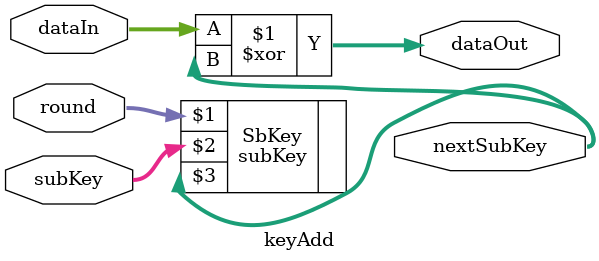
<source format=v>
`timescale 1ns / 1ps

module keyAdd(

input [0:7]round,
input [0:127]dataIn,
input [0:127]subKey,

output [0:127]dataOut,
output [0:127]nextSubKey
    );
    
assign dataOut=dataIn ^ nextSubKey;// done key addition part

// this part has nothing to do with current round. it merely generates next \
//round sub key
subKey SbKey(round,subKey,nextSubKey);    
endmodule

</source>
